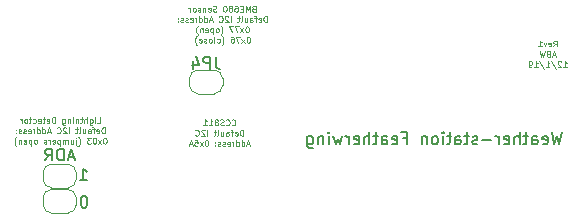
<source format=gbr>
G04 #@! TF.GenerationSoftware,KiCad,Pcbnew,(5.1.4)-1*
G04 #@! TF.CreationDate,2019-12-01T21:56:44-05:00*
G04 #@! TF.ProjectId,Feather-weather-station,46656174-6865-4722-9d77-656174686572,rev?*
G04 #@! TF.SameCoordinates,Original*
G04 #@! TF.FileFunction,Legend,Bot*
G04 #@! TF.FilePolarity,Positive*
%FSLAX46Y46*%
G04 Gerber Fmt 4.6, Leading zero omitted, Abs format (unit mm)*
G04 Created by KiCad (PCBNEW (5.1.4)-1) date 2019-12-01 21:56:44*
%MOMM*%
%LPD*%
G04 APERTURE LIST*
%ADD10C,0.125000*%
%ADD11C,0.150000*%
%ADD12C,0.120000*%
G04 APERTURE END LIST*
D10*
X140861919Y-63695111D02*
X140885728Y-63718920D01*
X140957157Y-63742730D01*
X141004776Y-63742730D01*
X141076204Y-63718920D01*
X141123823Y-63671301D01*
X141147633Y-63623682D01*
X141171442Y-63528444D01*
X141171442Y-63457016D01*
X141147633Y-63361778D01*
X141123823Y-63314159D01*
X141076204Y-63266540D01*
X141004776Y-63242730D01*
X140957157Y-63242730D01*
X140885728Y-63266540D01*
X140861919Y-63290349D01*
X140361919Y-63695111D02*
X140385728Y-63718920D01*
X140457157Y-63742730D01*
X140504776Y-63742730D01*
X140576204Y-63718920D01*
X140623823Y-63671301D01*
X140647633Y-63623682D01*
X140671442Y-63528444D01*
X140671442Y-63457016D01*
X140647633Y-63361778D01*
X140623823Y-63314159D01*
X140576204Y-63266540D01*
X140504776Y-63242730D01*
X140457157Y-63242730D01*
X140385728Y-63266540D01*
X140361919Y-63290349D01*
X140171442Y-63718920D02*
X140100014Y-63742730D01*
X139980966Y-63742730D01*
X139933347Y-63718920D01*
X139909538Y-63695111D01*
X139885728Y-63647492D01*
X139885728Y-63599873D01*
X139909538Y-63552254D01*
X139933347Y-63528444D01*
X139980966Y-63504635D01*
X140076204Y-63480825D01*
X140123823Y-63457016D01*
X140147633Y-63433206D01*
X140171442Y-63385587D01*
X140171442Y-63337968D01*
X140147633Y-63290349D01*
X140123823Y-63266540D01*
X140076204Y-63242730D01*
X139957157Y-63242730D01*
X139885728Y-63266540D01*
X139600014Y-63457016D02*
X139647633Y-63433206D01*
X139671442Y-63409397D01*
X139695252Y-63361778D01*
X139695252Y-63337968D01*
X139671442Y-63290349D01*
X139647633Y-63266540D01*
X139600014Y-63242730D01*
X139504776Y-63242730D01*
X139457157Y-63266540D01*
X139433347Y-63290349D01*
X139409538Y-63337968D01*
X139409538Y-63361778D01*
X139433347Y-63409397D01*
X139457157Y-63433206D01*
X139504776Y-63457016D01*
X139600014Y-63457016D01*
X139647633Y-63480825D01*
X139671442Y-63504635D01*
X139695252Y-63552254D01*
X139695252Y-63647492D01*
X139671442Y-63695111D01*
X139647633Y-63718920D01*
X139600014Y-63742730D01*
X139504776Y-63742730D01*
X139457157Y-63718920D01*
X139433347Y-63695111D01*
X139409538Y-63647492D01*
X139409538Y-63552254D01*
X139433347Y-63504635D01*
X139457157Y-63480825D01*
X139504776Y-63457016D01*
X138933347Y-63742730D02*
X139219061Y-63742730D01*
X139076204Y-63742730D02*
X139076204Y-63242730D01*
X139123823Y-63314159D01*
X139171442Y-63361778D01*
X139219061Y-63385587D01*
X138457157Y-63742730D02*
X138742871Y-63742730D01*
X138600014Y-63742730D02*
X138600014Y-63242730D01*
X138647633Y-63314159D01*
X138695252Y-63361778D01*
X138742871Y-63385587D01*
X141826204Y-64617730D02*
X141826204Y-64117730D01*
X141707157Y-64117730D01*
X141635728Y-64141540D01*
X141588109Y-64189159D01*
X141564300Y-64236778D01*
X141540490Y-64332016D01*
X141540490Y-64403444D01*
X141564300Y-64498682D01*
X141588109Y-64546301D01*
X141635728Y-64593920D01*
X141707157Y-64617730D01*
X141826204Y-64617730D01*
X141135728Y-64593920D02*
X141183347Y-64617730D01*
X141278585Y-64617730D01*
X141326204Y-64593920D01*
X141350014Y-64546301D01*
X141350014Y-64355825D01*
X141326204Y-64308206D01*
X141278585Y-64284397D01*
X141183347Y-64284397D01*
X141135728Y-64308206D01*
X141111919Y-64355825D01*
X141111919Y-64403444D01*
X141350014Y-64451063D01*
X140969061Y-64284397D02*
X140778585Y-64284397D01*
X140897633Y-64617730D02*
X140897633Y-64189159D01*
X140873823Y-64141540D01*
X140826204Y-64117730D01*
X140778585Y-64117730D01*
X140397633Y-64617730D02*
X140397633Y-64355825D01*
X140421442Y-64308206D01*
X140469061Y-64284397D01*
X140564300Y-64284397D01*
X140611919Y-64308206D01*
X140397633Y-64593920D02*
X140445252Y-64617730D01*
X140564300Y-64617730D01*
X140611919Y-64593920D01*
X140635728Y-64546301D01*
X140635728Y-64498682D01*
X140611919Y-64451063D01*
X140564300Y-64427254D01*
X140445252Y-64427254D01*
X140397633Y-64403444D01*
X139945252Y-64284397D02*
X139945252Y-64617730D01*
X140159538Y-64284397D02*
X140159538Y-64546301D01*
X140135728Y-64593920D01*
X140088109Y-64617730D01*
X140016680Y-64617730D01*
X139969061Y-64593920D01*
X139945252Y-64570111D01*
X139635728Y-64617730D02*
X139683347Y-64593920D01*
X139707157Y-64546301D01*
X139707157Y-64117730D01*
X139516680Y-64284397D02*
X139326204Y-64284397D01*
X139445252Y-64117730D02*
X139445252Y-64546301D01*
X139421442Y-64593920D01*
X139373823Y-64617730D01*
X139326204Y-64617730D01*
X138778585Y-64617730D02*
X138778585Y-64117730D01*
X138564300Y-64165349D02*
X138540490Y-64141540D01*
X138492871Y-64117730D01*
X138373823Y-64117730D01*
X138326204Y-64141540D01*
X138302395Y-64165349D01*
X138278585Y-64212968D01*
X138278585Y-64260587D01*
X138302395Y-64332016D01*
X138588109Y-64617730D01*
X138278585Y-64617730D01*
X137778585Y-64570111D02*
X137802395Y-64593920D01*
X137873823Y-64617730D01*
X137921442Y-64617730D01*
X137992871Y-64593920D01*
X138040490Y-64546301D01*
X138064300Y-64498682D01*
X138088109Y-64403444D01*
X138088109Y-64332016D01*
X138064300Y-64236778D01*
X138040490Y-64189159D01*
X137992871Y-64141540D01*
X137921442Y-64117730D01*
X137873823Y-64117730D01*
X137802395Y-64141540D01*
X137778585Y-64165349D01*
X142361919Y-65349873D02*
X142123823Y-65349873D01*
X142409538Y-65492730D02*
X142242871Y-64992730D01*
X142076204Y-65492730D01*
X141695252Y-65492730D02*
X141695252Y-64992730D01*
X141695252Y-65468920D02*
X141742871Y-65492730D01*
X141838109Y-65492730D01*
X141885728Y-65468920D01*
X141909538Y-65445111D01*
X141933347Y-65397492D01*
X141933347Y-65254635D01*
X141909538Y-65207016D01*
X141885728Y-65183206D01*
X141838109Y-65159397D01*
X141742871Y-65159397D01*
X141695252Y-65183206D01*
X141242871Y-65492730D02*
X141242871Y-64992730D01*
X141242871Y-65468920D02*
X141290490Y-65492730D01*
X141385728Y-65492730D01*
X141433347Y-65468920D01*
X141457157Y-65445111D01*
X141480966Y-65397492D01*
X141480966Y-65254635D01*
X141457157Y-65207016D01*
X141433347Y-65183206D01*
X141385728Y-65159397D01*
X141290490Y-65159397D01*
X141242871Y-65183206D01*
X141004776Y-65492730D02*
X141004776Y-65159397D01*
X141004776Y-65254635D02*
X140980966Y-65207016D01*
X140957157Y-65183206D01*
X140909538Y-65159397D01*
X140861919Y-65159397D01*
X140504776Y-65468920D02*
X140552395Y-65492730D01*
X140647633Y-65492730D01*
X140695252Y-65468920D01*
X140719061Y-65421301D01*
X140719061Y-65230825D01*
X140695252Y-65183206D01*
X140647633Y-65159397D01*
X140552395Y-65159397D01*
X140504776Y-65183206D01*
X140480966Y-65230825D01*
X140480966Y-65278444D01*
X140719061Y-65326063D01*
X140290490Y-65468920D02*
X140242871Y-65492730D01*
X140147633Y-65492730D01*
X140100014Y-65468920D01*
X140076204Y-65421301D01*
X140076204Y-65397492D01*
X140100014Y-65349873D01*
X140147633Y-65326063D01*
X140219061Y-65326063D01*
X140266680Y-65302254D01*
X140290490Y-65254635D01*
X140290490Y-65230825D01*
X140266680Y-65183206D01*
X140219061Y-65159397D01*
X140147633Y-65159397D01*
X140100014Y-65183206D01*
X139885728Y-65468920D02*
X139838109Y-65492730D01*
X139742871Y-65492730D01*
X139695252Y-65468920D01*
X139671442Y-65421301D01*
X139671442Y-65397492D01*
X139695252Y-65349873D01*
X139742871Y-65326063D01*
X139814300Y-65326063D01*
X139861919Y-65302254D01*
X139885728Y-65254635D01*
X139885728Y-65230825D01*
X139861919Y-65183206D01*
X139814300Y-65159397D01*
X139742871Y-65159397D01*
X139695252Y-65183206D01*
X139457157Y-65445111D02*
X139433347Y-65468920D01*
X139457157Y-65492730D01*
X139480966Y-65468920D01*
X139457157Y-65445111D01*
X139457157Y-65492730D01*
X139457157Y-65183206D02*
X139433347Y-65207016D01*
X139457157Y-65230825D01*
X139480966Y-65207016D01*
X139457157Y-65183206D01*
X139457157Y-65230825D01*
X138742871Y-64992730D02*
X138695252Y-64992730D01*
X138647633Y-65016540D01*
X138623823Y-65040349D01*
X138600014Y-65087968D01*
X138576204Y-65183206D01*
X138576204Y-65302254D01*
X138600014Y-65397492D01*
X138623823Y-65445111D01*
X138647633Y-65468920D01*
X138695252Y-65492730D01*
X138742871Y-65492730D01*
X138790490Y-65468920D01*
X138814300Y-65445111D01*
X138838109Y-65397492D01*
X138861919Y-65302254D01*
X138861919Y-65183206D01*
X138838109Y-65087968D01*
X138814300Y-65040349D01*
X138790490Y-65016540D01*
X138742871Y-64992730D01*
X138409538Y-65492730D02*
X138147633Y-65159397D01*
X138409538Y-65159397D02*
X138147633Y-65492730D01*
X137719061Y-64992730D02*
X137957157Y-64992730D01*
X137980966Y-65230825D01*
X137957157Y-65207016D01*
X137909538Y-65183206D01*
X137790490Y-65183206D01*
X137742871Y-65207016D01*
X137719061Y-65230825D01*
X137695252Y-65278444D01*
X137695252Y-65397492D01*
X137719061Y-65445111D01*
X137742871Y-65468920D01*
X137790490Y-65492730D01*
X137909538Y-65492730D01*
X137957157Y-65468920D01*
X137980966Y-65445111D01*
X137504776Y-65349873D02*
X137266680Y-65349873D01*
X137552395Y-65492730D02*
X137385728Y-64992730D01*
X137219061Y-65492730D01*
X142708617Y-53851065D02*
X142637188Y-53874875D01*
X142613379Y-53898684D01*
X142589569Y-53946303D01*
X142589569Y-54017732D01*
X142613379Y-54065351D01*
X142637188Y-54089160D01*
X142684807Y-54112970D01*
X142875283Y-54112970D01*
X142875283Y-53612970D01*
X142708617Y-53612970D01*
X142660998Y-53636780D01*
X142637188Y-53660589D01*
X142613379Y-53708208D01*
X142613379Y-53755827D01*
X142637188Y-53803446D01*
X142660998Y-53827256D01*
X142708617Y-53851065D01*
X142875283Y-53851065D01*
X142375283Y-54112970D02*
X142375283Y-53612970D01*
X142208617Y-53970113D01*
X142041950Y-53612970D01*
X142041950Y-54112970D01*
X141803855Y-53851065D02*
X141637188Y-53851065D01*
X141565760Y-54112970D02*
X141803855Y-54112970D01*
X141803855Y-53612970D01*
X141565760Y-53612970D01*
X141137188Y-53612970D02*
X141232426Y-53612970D01*
X141280045Y-53636780D01*
X141303855Y-53660589D01*
X141351474Y-53732018D01*
X141375283Y-53827256D01*
X141375283Y-54017732D01*
X141351474Y-54065351D01*
X141327664Y-54089160D01*
X141280045Y-54112970D01*
X141184807Y-54112970D01*
X141137188Y-54089160D01*
X141113379Y-54065351D01*
X141089569Y-54017732D01*
X141089569Y-53898684D01*
X141113379Y-53851065D01*
X141137188Y-53827256D01*
X141184807Y-53803446D01*
X141280045Y-53803446D01*
X141327664Y-53827256D01*
X141351474Y-53851065D01*
X141375283Y-53898684D01*
X140803855Y-53827256D02*
X140851474Y-53803446D01*
X140875283Y-53779637D01*
X140899093Y-53732018D01*
X140899093Y-53708208D01*
X140875283Y-53660589D01*
X140851474Y-53636780D01*
X140803855Y-53612970D01*
X140708617Y-53612970D01*
X140660998Y-53636780D01*
X140637188Y-53660589D01*
X140613379Y-53708208D01*
X140613379Y-53732018D01*
X140637188Y-53779637D01*
X140660998Y-53803446D01*
X140708617Y-53827256D01*
X140803855Y-53827256D01*
X140851474Y-53851065D01*
X140875283Y-53874875D01*
X140899093Y-53922494D01*
X140899093Y-54017732D01*
X140875283Y-54065351D01*
X140851474Y-54089160D01*
X140803855Y-54112970D01*
X140708617Y-54112970D01*
X140660998Y-54089160D01*
X140637188Y-54065351D01*
X140613379Y-54017732D01*
X140613379Y-53922494D01*
X140637188Y-53874875D01*
X140660998Y-53851065D01*
X140708617Y-53827256D01*
X140303855Y-53612970D02*
X140256236Y-53612970D01*
X140208617Y-53636780D01*
X140184807Y-53660589D01*
X140160998Y-53708208D01*
X140137188Y-53803446D01*
X140137188Y-53922494D01*
X140160998Y-54017732D01*
X140184807Y-54065351D01*
X140208617Y-54089160D01*
X140256236Y-54112970D01*
X140303855Y-54112970D01*
X140351474Y-54089160D01*
X140375283Y-54065351D01*
X140399093Y-54017732D01*
X140422902Y-53922494D01*
X140422902Y-53803446D01*
X140399093Y-53708208D01*
X140375283Y-53660589D01*
X140351474Y-53636780D01*
X140303855Y-53612970D01*
X139565760Y-54089160D02*
X139494331Y-54112970D01*
X139375283Y-54112970D01*
X139327664Y-54089160D01*
X139303855Y-54065351D01*
X139280045Y-54017732D01*
X139280045Y-53970113D01*
X139303855Y-53922494D01*
X139327664Y-53898684D01*
X139375283Y-53874875D01*
X139470521Y-53851065D01*
X139518140Y-53827256D01*
X139541950Y-53803446D01*
X139565760Y-53755827D01*
X139565760Y-53708208D01*
X139541950Y-53660589D01*
X139518140Y-53636780D01*
X139470521Y-53612970D01*
X139351474Y-53612970D01*
X139280045Y-53636780D01*
X138875283Y-54089160D02*
X138922902Y-54112970D01*
X139018140Y-54112970D01*
X139065760Y-54089160D01*
X139089569Y-54041541D01*
X139089569Y-53851065D01*
X139065760Y-53803446D01*
X139018140Y-53779637D01*
X138922902Y-53779637D01*
X138875283Y-53803446D01*
X138851474Y-53851065D01*
X138851474Y-53898684D01*
X139089569Y-53946303D01*
X138637188Y-53779637D02*
X138637188Y-54112970D01*
X138637188Y-53827256D02*
X138613379Y-53803446D01*
X138565760Y-53779637D01*
X138494331Y-53779637D01*
X138446712Y-53803446D01*
X138422902Y-53851065D01*
X138422902Y-54112970D01*
X138208617Y-54089160D02*
X138160998Y-54112970D01*
X138065760Y-54112970D01*
X138018140Y-54089160D01*
X137994331Y-54041541D01*
X137994331Y-54017732D01*
X138018140Y-53970113D01*
X138065760Y-53946303D01*
X138137188Y-53946303D01*
X138184807Y-53922494D01*
X138208617Y-53874875D01*
X138208617Y-53851065D01*
X138184807Y-53803446D01*
X138137188Y-53779637D01*
X138065760Y-53779637D01*
X138018140Y-53803446D01*
X137708617Y-54112970D02*
X137756236Y-54089160D01*
X137780045Y-54065351D01*
X137803855Y-54017732D01*
X137803855Y-53874875D01*
X137780045Y-53827256D01*
X137756236Y-53803446D01*
X137708617Y-53779637D01*
X137637188Y-53779637D01*
X137589569Y-53803446D01*
X137565760Y-53827256D01*
X137541950Y-53874875D01*
X137541950Y-54017732D01*
X137565760Y-54065351D01*
X137589569Y-54089160D01*
X137637188Y-54112970D01*
X137708617Y-54112970D01*
X137327664Y-54112970D02*
X137327664Y-53779637D01*
X137327664Y-53874875D02*
X137303855Y-53827256D01*
X137280045Y-53803446D01*
X137232426Y-53779637D01*
X137184807Y-53779637D01*
X143827664Y-54987970D02*
X143827664Y-54487970D01*
X143708617Y-54487970D01*
X143637188Y-54511780D01*
X143589569Y-54559399D01*
X143565760Y-54607018D01*
X143541950Y-54702256D01*
X143541950Y-54773684D01*
X143565760Y-54868922D01*
X143589569Y-54916541D01*
X143637188Y-54964160D01*
X143708617Y-54987970D01*
X143827664Y-54987970D01*
X143137188Y-54964160D02*
X143184807Y-54987970D01*
X143280045Y-54987970D01*
X143327664Y-54964160D01*
X143351474Y-54916541D01*
X143351474Y-54726065D01*
X143327664Y-54678446D01*
X143280045Y-54654637D01*
X143184807Y-54654637D01*
X143137188Y-54678446D01*
X143113379Y-54726065D01*
X143113379Y-54773684D01*
X143351474Y-54821303D01*
X142970521Y-54654637D02*
X142780045Y-54654637D01*
X142899093Y-54987970D02*
X142899093Y-54559399D01*
X142875283Y-54511780D01*
X142827664Y-54487970D01*
X142780045Y-54487970D01*
X142399093Y-54987970D02*
X142399093Y-54726065D01*
X142422902Y-54678446D01*
X142470521Y-54654637D01*
X142565760Y-54654637D01*
X142613379Y-54678446D01*
X142399093Y-54964160D02*
X142446712Y-54987970D01*
X142565760Y-54987970D01*
X142613379Y-54964160D01*
X142637188Y-54916541D01*
X142637188Y-54868922D01*
X142613379Y-54821303D01*
X142565760Y-54797494D01*
X142446712Y-54797494D01*
X142399093Y-54773684D01*
X141946712Y-54654637D02*
X141946712Y-54987970D01*
X142160998Y-54654637D02*
X142160998Y-54916541D01*
X142137188Y-54964160D01*
X142089569Y-54987970D01*
X142018140Y-54987970D01*
X141970521Y-54964160D01*
X141946712Y-54940351D01*
X141637188Y-54987970D02*
X141684807Y-54964160D01*
X141708617Y-54916541D01*
X141708617Y-54487970D01*
X141518140Y-54654637D02*
X141327664Y-54654637D01*
X141446712Y-54487970D02*
X141446712Y-54916541D01*
X141422902Y-54964160D01*
X141375283Y-54987970D01*
X141327664Y-54987970D01*
X140780045Y-54987970D02*
X140780045Y-54487970D01*
X140565760Y-54535589D02*
X140541950Y-54511780D01*
X140494331Y-54487970D01*
X140375283Y-54487970D01*
X140327664Y-54511780D01*
X140303855Y-54535589D01*
X140280045Y-54583208D01*
X140280045Y-54630827D01*
X140303855Y-54702256D01*
X140589569Y-54987970D01*
X140280045Y-54987970D01*
X139780045Y-54940351D02*
X139803855Y-54964160D01*
X139875283Y-54987970D01*
X139922902Y-54987970D01*
X139994331Y-54964160D01*
X140041950Y-54916541D01*
X140065760Y-54868922D01*
X140089569Y-54773684D01*
X140089569Y-54702256D01*
X140065760Y-54607018D01*
X140041950Y-54559399D01*
X139994331Y-54511780D01*
X139922902Y-54487970D01*
X139875283Y-54487970D01*
X139803855Y-54511780D01*
X139780045Y-54535589D01*
X139208617Y-54845113D02*
X138970521Y-54845113D01*
X139256236Y-54987970D02*
X139089569Y-54487970D01*
X138922902Y-54987970D01*
X138541950Y-54987970D02*
X138541950Y-54487970D01*
X138541950Y-54964160D02*
X138589569Y-54987970D01*
X138684807Y-54987970D01*
X138732426Y-54964160D01*
X138756236Y-54940351D01*
X138780045Y-54892732D01*
X138780045Y-54749875D01*
X138756236Y-54702256D01*
X138732426Y-54678446D01*
X138684807Y-54654637D01*
X138589569Y-54654637D01*
X138541950Y-54678446D01*
X138089569Y-54987970D02*
X138089569Y-54487970D01*
X138089569Y-54964160D02*
X138137188Y-54987970D01*
X138232426Y-54987970D01*
X138280045Y-54964160D01*
X138303855Y-54940351D01*
X138327664Y-54892732D01*
X138327664Y-54749875D01*
X138303855Y-54702256D01*
X138280045Y-54678446D01*
X138232426Y-54654637D01*
X138137188Y-54654637D01*
X138089569Y-54678446D01*
X137851474Y-54987970D02*
X137851474Y-54654637D01*
X137851474Y-54749875D02*
X137827664Y-54702256D01*
X137803855Y-54678446D01*
X137756236Y-54654637D01*
X137708617Y-54654637D01*
X137351474Y-54964160D02*
X137399093Y-54987970D01*
X137494331Y-54987970D01*
X137541950Y-54964160D01*
X137565760Y-54916541D01*
X137565760Y-54726065D01*
X137541950Y-54678446D01*
X137494331Y-54654637D01*
X137399093Y-54654637D01*
X137351474Y-54678446D01*
X137327664Y-54726065D01*
X137327664Y-54773684D01*
X137565760Y-54821303D01*
X137137188Y-54964160D02*
X137089569Y-54987970D01*
X136994331Y-54987970D01*
X136946712Y-54964160D01*
X136922902Y-54916541D01*
X136922902Y-54892732D01*
X136946712Y-54845113D01*
X136994331Y-54821303D01*
X137065760Y-54821303D01*
X137113379Y-54797494D01*
X137137188Y-54749875D01*
X137137188Y-54726065D01*
X137113379Y-54678446D01*
X137065760Y-54654637D01*
X136994331Y-54654637D01*
X136946712Y-54678446D01*
X136732426Y-54964160D02*
X136684807Y-54987970D01*
X136589569Y-54987970D01*
X136541950Y-54964160D01*
X136518140Y-54916541D01*
X136518140Y-54892732D01*
X136541950Y-54845113D01*
X136589569Y-54821303D01*
X136660998Y-54821303D01*
X136708617Y-54797494D01*
X136732426Y-54749875D01*
X136732426Y-54726065D01*
X136708617Y-54678446D01*
X136660998Y-54654637D01*
X136589569Y-54654637D01*
X136541950Y-54678446D01*
X136303855Y-54940351D02*
X136280045Y-54964160D01*
X136303855Y-54987970D01*
X136327664Y-54964160D01*
X136303855Y-54940351D01*
X136303855Y-54987970D01*
X136303855Y-54678446D02*
X136280045Y-54702256D01*
X136303855Y-54726065D01*
X136327664Y-54702256D01*
X136303855Y-54678446D01*
X136303855Y-54726065D01*
X142184807Y-55362970D02*
X142137188Y-55362970D01*
X142089569Y-55386780D01*
X142065760Y-55410589D01*
X142041950Y-55458208D01*
X142018140Y-55553446D01*
X142018140Y-55672494D01*
X142041950Y-55767732D01*
X142065760Y-55815351D01*
X142089569Y-55839160D01*
X142137188Y-55862970D01*
X142184807Y-55862970D01*
X142232426Y-55839160D01*
X142256236Y-55815351D01*
X142280045Y-55767732D01*
X142303855Y-55672494D01*
X142303855Y-55553446D01*
X142280045Y-55458208D01*
X142256236Y-55410589D01*
X142232426Y-55386780D01*
X142184807Y-55362970D01*
X141851474Y-55862970D02*
X141589569Y-55529637D01*
X141851474Y-55529637D02*
X141589569Y-55862970D01*
X141446712Y-55362970D02*
X141113379Y-55362970D01*
X141327664Y-55862970D01*
X140970521Y-55362970D02*
X140637188Y-55362970D01*
X140851474Y-55862970D01*
X139922902Y-56053446D02*
X139946712Y-56029637D01*
X139994331Y-55958208D01*
X140018140Y-55910589D01*
X140041950Y-55839160D01*
X140065760Y-55720113D01*
X140065760Y-55624875D01*
X140041950Y-55505827D01*
X140018140Y-55434399D01*
X139994331Y-55386780D01*
X139946712Y-55315351D01*
X139922902Y-55291541D01*
X139660998Y-55862970D02*
X139708617Y-55839160D01*
X139732426Y-55815351D01*
X139756236Y-55767732D01*
X139756236Y-55624875D01*
X139732426Y-55577256D01*
X139708617Y-55553446D01*
X139660998Y-55529637D01*
X139589569Y-55529637D01*
X139541950Y-55553446D01*
X139518140Y-55577256D01*
X139494331Y-55624875D01*
X139494331Y-55767732D01*
X139518140Y-55815351D01*
X139541950Y-55839160D01*
X139589569Y-55862970D01*
X139660998Y-55862970D01*
X139280045Y-55529637D02*
X139280045Y-56029637D01*
X139280045Y-55553446D02*
X139232426Y-55529637D01*
X139137188Y-55529637D01*
X139089569Y-55553446D01*
X139065760Y-55577256D01*
X139041950Y-55624875D01*
X139041950Y-55767732D01*
X139065760Y-55815351D01*
X139089569Y-55839160D01*
X139137188Y-55862970D01*
X139232426Y-55862970D01*
X139280045Y-55839160D01*
X138637188Y-55839160D02*
X138684807Y-55862970D01*
X138780045Y-55862970D01*
X138827664Y-55839160D01*
X138851474Y-55791541D01*
X138851474Y-55601065D01*
X138827664Y-55553446D01*
X138780045Y-55529637D01*
X138684807Y-55529637D01*
X138637188Y-55553446D01*
X138613379Y-55601065D01*
X138613379Y-55648684D01*
X138851474Y-55696303D01*
X138399093Y-55529637D02*
X138399093Y-55862970D01*
X138399093Y-55577256D02*
X138375283Y-55553446D01*
X138327664Y-55529637D01*
X138256236Y-55529637D01*
X138208617Y-55553446D01*
X138184807Y-55601065D01*
X138184807Y-55862970D01*
X137994331Y-56053446D02*
X137970521Y-56029637D01*
X137922902Y-55958208D01*
X137899093Y-55910589D01*
X137875283Y-55839160D01*
X137851474Y-55720113D01*
X137851474Y-55624875D01*
X137875283Y-55505827D01*
X137899093Y-55434399D01*
X137922902Y-55386780D01*
X137970521Y-55315351D01*
X137994331Y-55291541D01*
X142280045Y-56237970D02*
X142232426Y-56237970D01*
X142184807Y-56261780D01*
X142160998Y-56285589D01*
X142137188Y-56333208D01*
X142113379Y-56428446D01*
X142113379Y-56547494D01*
X142137188Y-56642732D01*
X142160998Y-56690351D01*
X142184807Y-56714160D01*
X142232426Y-56737970D01*
X142280045Y-56737970D01*
X142327664Y-56714160D01*
X142351474Y-56690351D01*
X142375283Y-56642732D01*
X142399093Y-56547494D01*
X142399093Y-56428446D01*
X142375283Y-56333208D01*
X142351474Y-56285589D01*
X142327664Y-56261780D01*
X142280045Y-56237970D01*
X141946712Y-56737970D02*
X141684807Y-56404637D01*
X141946712Y-56404637D02*
X141684807Y-56737970D01*
X141541950Y-56237970D02*
X141208617Y-56237970D01*
X141422902Y-56737970D01*
X140803855Y-56237970D02*
X140899093Y-56237970D01*
X140946712Y-56261780D01*
X140970521Y-56285589D01*
X141018140Y-56357018D01*
X141041950Y-56452256D01*
X141041950Y-56642732D01*
X141018140Y-56690351D01*
X140994331Y-56714160D01*
X140946712Y-56737970D01*
X140851474Y-56737970D01*
X140803855Y-56714160D01*
X140780045Y-56690351D01*
X140756236Y-56642732D01*
X140756236Y-56523684D01*
X140780045Y-56476065D01*
X140803855Y-56452256D01*
X140851474Y-56428446D01*
X140946712Y-56428446D01*
X140994331Y-56452256D01*
X141018140Y-56476065D01*
X141041950Y-56523684D01*
X140018140Y-56928446D02*
X140041950Y-56904637D01*
X140089569Y-56833208D01*
X140113379Y-56785589D01*
X140137188Y-56714160D01*
X140160998Y-56595113D01*
X140160998Y-56499875D01*
X140137188Y-56380827D01*
X140113379Y-56309399D01*
X140089569Y-56261780D01*
X140041950Y-56190351D01*
X140018140Y-56166541D01*
X139613379Y-56714160D02*
X139660998Y-56737970D01*
X139756236Y-56737970D01*
X139803855Y-56714160D01*
X139827664Y-56690351D01*
X139851474Y-56642732D01*
X139851474Y-56499875D01*
X139827664Y-56452256D01*
X139803855Y-56428446D01*
X139756236Y-56404637D01*
X139660998Y-56404637D01*
X139613379Y-56428446D01*
X139327664Y-56737970D02*
X139375283Y-56714160D01*
X139399093Y-56666541D01*
X139399093Y-56237970D01*
X139065760Y-56737970D02*
X139113379Y-56714160D01*
X139137188Y-56690351D01*
X139160998Y-56642732D01*
X139160998Y-56499875D01*
X139137188Y-56452256D01*
X139113379Y-56428446D01*
X139065760Y-56404637D01*
X138994331Y-56404637D01*
X138946712Y-56428446D01*
X138922902Y-56452256D01*
X138899093Y-56499875D01*
X138899093Y-56642732D01*
X138922902Y-56690351D01*
X138946712Y-56714160D01*
X138994331Y-56737970D01*
X139065760Y-56737970D01*
X138708617Y-56714160D02*
X138660998Y-56737970D01*
X138565760Y-56737970D01*
X138518140Y-56714160D01*
X138494331Y-56666541D01*
X138494331Y-56642732D01*
X138518140Y-56595113D01*
X138565760Y-56571303D01*
X138637188Y-56571303D01*
X138684807Y-56547494D01*
X138708617Y-56499875D01*
X138708617Y-56476065D01*
X138684807Y-56428446D01*
X138637188Y-56404637D01*
X138565760Y-56404637D01*
X138518140Y-56428446D01*
X138089569Y-56714160D02*
X138137188Y-56737970D01*
X138232426Y-56737970D01*
X138280045Y-56714160D01*
X138303855Y-56666541D01*
X138303855Y-56476065D01*
X138280045Y-56428446D01*
X138232426Y-56404637D01*
X138137188Y-56404637D01*
X138089569Y-56428446D01*
X138065760Y-56476065D01*
X138065760Y-56523684D01*
X138303855Y-56571303D01*
X137899093Y-56928446D02*
X137875283Y-56904637D01*
X137827664Y-56833208D01*
X137803855Y-56785589D01*
X137780045Y-56714160D01*
X137756236Y-56595113D01*
X137756236Y-56499875D01*
X137780045Y-56380827D01*
X137803855Y-56309399D01*
X137827664Y-56261780D01*
X137875283Y-56190351D01*
X137899093Y-56166541D01*
X129461982Y-63547150D02*
X129700078Y-63547150D01*
X129700078Y-63047150D01*
X129295316Y-63547150D02*
X129295316Y-63213817D01*
X129295316Y-63047150D02*
X129319125Y-63070960D01*
X129295316Y-63094769D01*
X129271506Y-63070960D01*
X129295316Y-63047150D01*
X129295316Y-63094769D01*
X128842935Y-63213817D02*
X128842935Y-63618579D01*
X128866744Y-63666198D01*
X128890554Y-63690007D01*
X128938173Y-63713817D01*
X129009601Y-63713817D01*
X129057220Y-63690007D01*
X128842935Y-63523340D02*
X128890554Y-63547150D01*
X128985792Y-63547150D01*
X129033411Y-63523340D01*
X129057220Y-63499531D01*
X129081030Y-63451912D01*
X129081030Y-63309055D01*
X129057220Y-63261436D01*
X129033411Y-63237626D01*
X128985792Y-63213817D01*
X128890554Y-63213817D01*
X128842935Y-63237626D01*
X128604840Y-63547150D02*
X128604840Y-63047150D01*
X128390554Y-63547150D02*
X128390554Y-63285245D01*
X128414363Y-63237626D01*
X128461982Y-63213817D01*
X128533411Y-63213817D01*
X128581030Y-63237626D01*
X128604840Y-63261436D01*
X128223887Y-63213817D02*
X128033411Y-63213817D01*
X128152459Y-63047150D02*
X128152459Y-63475721D01*
X128128649Y-63523340D01*
X128081030Y-63547150D01*
X128033411Y-63547150D01*
X127866744Y-63213817D02*
X127866744Y-63547150D01*
X127866744Y-63261436D02*
X127842935Y-63237626D01*
X127795316Y-63213817D01*
X127723887Y-63213817D01*
X127676268Y-63237626D01*
X127652459Y-63285245D01*
X127652459Y-63547150D01*
X127414363Y-63547150D02*
X127414363Y-63213817D01*
X127414363Y-63047150D02*
X127438173Y-63070960D01*
X127414363Y-63094769D01*
X127390554Y-63070960D01*
X127414363Y-63047150D01*
X127414363Y-63094769D01*
X127176268Y-63213817D02*
X127176268Y-63547150D01*
X127176268Y-63261436D02*
X127152459Y-63237626D01*
X127104840Y-63213817D01*
X127033411Y-63213817D01*
X126985792Y-63237626D01*
X126961982Y-63285245D01*
X126961982Y-63547150D01*
X126509601Y-63213817D02*
X126509601Y-63618579D01*
X126533411Y-63666198D01*
X126557220Y-63690007D01*
X126604840Y-63713817D01*
X126676268Y-63713817D01*
X126723887Y-63690007D01*
X126509601Y-63523340D02*
X126557220Y-63547150D01*
X126652459Y-63547150D01*
X126700078Y-63523340D01*
X126723887Y-63499531D01*
X126747697Y-63451912D01*
X126747697Y-63309055D01*
X126723887Y-63261436D01*
X126700078Y-63237626D01*
X126652459Y-63213817D01*
X126557220Y-63213817D01*
X126509601Y-63237626D01*
X125890554Y-63547150D02*
X125890554Y-63047150D01*
X125771506Y-63047150D01*
X125700078Y-63070960D01*
X125652459Y-63118579D01*
X125628649Y-63166198D01*
X125604840Y-63261436D01*
X125604840Y-63332864D01*
X125628649Y-63428102D01*
X125652459Y-63475721D01*
X125700078Y-63523340D01*
X125771506Y-63547150D01*
X125890554Y-63547150D01*
X125200078Y-63523340D02*
X125247697Y-63547150D01*
X125342935Y-63547150D01*
X125390554Y-63523340D01*
X125414363Y-63475721D01*
X125414363Y-63285245D01*
X125390554Y-63237626D01*
X125342935Y-63213817D01*
X125247697Y-63213817D01*
X125200078Y-63237626D01*
X125176268Y-63285245D01*
X125176268Y-63332864D01*
X125414363Y-63380483D01*
X125033411Y-63213817D02*
X124842935Y-63213817D01*
X124961982Y-63047150D02*
X124961982Y-63475721D01*
X124938173Y-63523340D01*
X124890554Y-63547150D01*
X124842935Y-63547150D01*
X124485792Y-63523340D02*
X124533411Y-63547150D01*
X124628649Y-63547150D01*
X124676268Y-63523340D01*
X124700078Y-63475721D01*
X124700078Y-63285245D01*
X124676268Y-63237626D01*
X124628649Y-63213817D01*
X124533411Y-63213817D01*
X124485792Y-63237626D01*
X124461982Y-63285245D01*
X124461982Y-63332864D01*
X124700078Y-63380483D01*
X124033411Y-63523340D02*
X124081030Y-63547150D01*
X124176268Y-63547150D01*
X124223887Y-63523340D01*
X124247697Y-63499531D01*
X124271506Y-63451912D01*
X124271506Y-63309055D01*
X124247697Y-63261436D01*
X124223887Y-63237626D01*
X124176268Y-63213817D01*
X124081030Y-63213817D01*
X124033411Y-63237626D01*
X123890554Y-63213817D02*
X123700078Y-63213817D01*
X123819125Y-63047150D02*
X123819125Y-63475721D01*
X123795316Y-63523340D01*
X123747697Y-63547150D01*
X123700078Y-63547150D01*
X123461982Y-63547150D02*
X123509601Y-63523340D01*
X123533411Y-63499531D01*
X123557220Y-63451912D01*
X123557220Y-63309055D01*
X123533411Y-63261436D01*
X123509601Y-63237626D01*
X123461982Y-63213817D01*
X123390554Y-63213817D01*
X123342935Y-63237626D01*
X123319125Y-63261436D01*
X123295316Y-63309055D01*
X123295316Y-63451912D01*
X123319125Y-63499531D01*
X123342935Y-63523340D01*
X123390554Y-63547150D01*
X123461982Y-63547150D01*
X123081030Y-63547150D02*
X123081030Y-63213817D01*
X123081030Y-63309055D02*
X123057220Y-63261436D01*
X123033411Y-63237626D01*
X122985792Y-63213817D01*
X122938173Y-63213817D01*
X130116744Y-64422150D02*
X130116744Y-63922150D01*
X129997697Y-63922150D01*
X129926268Y-63945960D01*
X129878649Y-63993579D01*
X129854840Y-64041198D01*
X129831030Y-64136436D01*
X129831030Y-64207864D01*
X129854840Y-64303102D01*
X129878649Y-64350721D01*
X129926268Y-64398340D01*
X129997697Y-64422150D01*
X130116744Y-64422150D01*
X129426268Y-64398340D02*
X129473887Y-64422150D01*
X129569125Y-64422150D01*
X129616744Y-64398340D01*
X129640554Y-64350721D01*
X129640554Y-64160245D01*
X129616744Y-64112626D01*
X129569125Y-64088817D01*
X129473887Y-64088817D01*
X129426268Y-64112626D01*
X129402459Y-64160245D01*
X129402459Y-64207864D01*
X129640554Y-64255483D01*
X129259601Y-64088817D02*
X129069125Y-64088817D01*
X129188173Y-64422150D02*
X129188173Y-63993579D01*
X129164363Y-63945960D01*
X129116744Y-63922150D01*
X129069125Y-63922150D01*
X128688173Y-64422150D02*
X128688173Y-64160245D01*
X128711982Y-64112626D01*
X128759601Y-64088817D01*
X128854840Y-64088817D01*
X128902459Y-64112626D01*
X128688173Y-64398340D02*
X128735792Y-64422150D01*
X128854840Y-64422150D01*
X128902459Y-64398340D01*
X128926268Y-64350721D01*
X128926268Y-64303102D01*
X128902459Y-64255483D01*
X128854840Y-64231674D01*
X128735792Y-64231674D01*
X128688173Y-64207864D01*
X128235792Y-64088817D02*
X128235792Y-64422150D01*
X128450078Y-64088817D02*
X128450078Y-64350721D01*
X128426268Y-64398340D01*
X128378649Y-64422150D01*
X128307220Y-64422150D01*
X128259601Y-64398340D01*
X128235792Y-64374531D01*
X127926268Y-64422150D02*
X127973887Y-64398340D01*
X127997697Y-64350721D01*
X127997697Y-63922150D01*
X127807220Y-64088817D02*
X127616744Y-64088817D01*
X127735792Y-63922150D02*
X127735792Y-64350721D01*
X127711982Y-64398340D01*
X127664363Y-64422150D01*
X127616744Y-64422150D01*
X127069125Y-64422150D02*
X127069125Y-63922150D01*
X126854840Y-63969769D02*
X126831030Y-63945960D01*
X126783411Y-63922150D01*
X126664363Y-63922150D01*
X126616744Y-63945960D01*
X126592935Y-63969769D01*
X126569125Y-64017388D01*
X126569125Y-64065007D01*
X126592935Y-64136436D01*
X126878649Y-64422150D01*
X126569125Y-64422150D01*
X126069125Y-64374531D02*
X126092935Y-64398340D01*
X126164363Y-64422150D01*
X126211982Y-64422150D01*
X126283411Y-64398340D01*
X126331030Y-64350721D01*
X126354840Y-64303102D01*
X126378649Y-64207864D01*
X126378649Y-64136436D01*
X126354840Y-64041198D01*
X126331030Y-63993579D01*
X126283411Y-63945960D01*
X126211982Y-63922150D01*
X126164363Y-63922150D01*
X126092935Y-63945960D01*
X126069125Y-63969769D01*
X125497697Y-64279293D02*
X125259601Y-64279293D01*
X125545316Y-64422150D02*
X125378649Y-63922150D01*
X125211982Y-64422150D01*
X124831030Y-64422150D02*
X124831030Y-63922150D01*
X124831030Y-64398340D02*
X124878649Y-64422150D01*
X124973887Y-64422150D01*
X125021506Y-64398340D01*
X125045316Y-64374531D01*
X125069125Y-64326912D01*
X125069125Y-64184055D01*
X125045316Y-64136436D01*
X125021506Y-64112626D01*
X124973887Y-64088817D01*
X124878649Y-64088817D01*
X124831030Y-64112626D01*
X124378649Y-64422150D02*
X124378649Y-63922150D01*
X124378649Y-64398340D02*
X124426268Y-64422150D01*
X124521506Y-64422150D01*
X124569125Y-64398340D01*
X124592935Y-64374531D01*
X124616744Y-64326912D01*
X124616744Y-64184055D01*
X124592935Y-64136436D01*
X124569125Y-64112626D01*
X124521506Y-64088817D01*
X124426268Y-64088817D01*
X124378649Y-64112626D01*
X124140554Y-64422150D02*
X124140554Y-64088817D01*
X124140554Y-64184055D02*
X124116744Y-64136436D01*
X124092935Y-64112626D01*
X124045316Y-64088817D01*
X123997697Y-64088817D01*
X123640554Y-64398340D02*
X123688173Y-64422150D01*
X123783411Y-64422150D01*
X123831030Y-64398340D01*
X123854840Y-64350721D01*
X123854840Y-64160245D01*
X123831030Y-64112626D01*
X123783411Y-64088817D01*
X123688173Y-64088817D01*
X123640554Y-64112626D01*
X123616744Y-64160245D01*
X123616744Y-64207864D01*
X123854840Y-64255483D01*
X123426268Y-64398340D02*
X123378649Y-64422150D01*
X123283411Y-64422150D01*
X123235792Y-64398340D01*
X123211982Y-64350721D01*
X123211982Y-64326912D01*
X123235792Y-64279293D01*
X123283411Y-64255483D01*
X123354840Y-64255483D01*
X123402459Y-64231674D01*
X123426268Y-64184055D01*
X123426268Y-64160245D01*
X123402459Y-64112626D01*
X123354840Y-64088817D01*
X123283411Y-64088817D01*
X123235792Y-64112626D01*
X123021506Y-64398340D02*
X122973887Y-64422150D01*
X122878649Y-64422150D01*
X122831030Y-64398340D01*
X122807220Y-64350721D01*
X122807220Y-64326912D01*
X122831030Y-64279293D01*
X122878649Y-64255483D01*
X122950078Y-64255483D01*
X122997697Y-64231674D01*
X123021506Y-64184055D01*
X123021506Y-64160245D01*
X122997697Y-64112626D01*
X122950078Y-64088817D01*
X122878649Y-64088817D01*
X122831030Y-64112626D01*
X122592935Y-64374531D02*
X122569125Y-64398340D01*
X122592935Y-64422150D01*
X122616744Y-64398340D01*
X122592935Y-64374531D01*
X122592935Y-64422150D01*
X122592935Y-64112626D02*
X122569125Y-64136436D01*
X122592935Y-64160245D01*
X122616744Y-64136436D01*
X122592935Y-64112626D01*
X122592935Y-64160245D01*
X130140554Y-64797150D02*
X130092935Y-64797150D01*
X130045316Y-64820960D01*
X130021506Y-64844769D01*
X129997697Y-64892388D01*
X129973887Y-64987626D01*
X129973887Y-65106674D01*
X129997697Y-65201912D01*
X130021506Y-65249531D01*
X130045316Y-65273340D01*
X130092935Y-65297150D01*
X130140554Y-65297150D01*
X130188173Y-65273340D01*
X130211982Y-65249531D01*
X130235792Y-65201912D01*
X130259601Y-65106674D01*
X130259601Y-64987626D01*
X130235792Y-64892388D01*
X130211982Y-64844769D01*
X130188173Y-64820960D01*
X130140554Y-64797150D01*
X129807220Y-65297150D02*
X129545316Y-64963817D01*
X129807220Y-64963817D02*
X129545316Y-65297150D01*
X129259601Y-64797150D02*
X129211982Y-64797150D01*
X129164363Y-64820960D01*
X129140554Y-64844769D01*
X129116744Y-64892388D01*
X129092935Y-64987626D01*
X129092935Y-65106674D01*
X129116744Y-65201912D01*
X129140554Y-65249531D01*
X129164363Y-65273340D01*
X129211982Y-65297150D01*
X129259601Y-65297150D01*
X129307220Y-65273340D01*
X129331030Y-65249531D01*
X129354840Y-65201912D01*
X129378649Y-65106674D01*
X129378649Y-64987626D01*
X129354840Y-64892388D01*
X129331030Y-64844769D01*
X129307220Y-64820960D01*
X129259601Y-64797150D01*
X128926268Y-64797150D02*
X128616744Y-64797150D01*
X128783411Y-64987626D01*
X128711982Y-64987626D01*
X128664363Y-65011436D01*
X128640554Y-65035245D01*
X128616744Y-65082864D01*
X128616744Y-65201912D01*
X128640554Y-65249531D01*
X128664363Y-65273340D01*
X128711982Y-65297150D01*
X128854840Y-65297150D01*
X128902459Y-65273340D01*
X128926268Y-65249531D01*
X127878649Y-65487626D02*
X127902459Y-65463817D01*
X127950078Y-65392388D01*
X127973887Y-65344769D01*
X127997697Y-65273340D01*
X128021506Y-65154293D01*
X128021506Y-65059055D01*
X127997697Y-64940007D01*
X127973887Y-64868579D01*
X127950078Y-64820960D01*
X127902459Y-64749531D01*
X127878649Y-64725721D01*
X127688173Y-64963817D02*
X127688173Y-65392388D01*
X127711982Y-65440007D01*
X127759601Y-65463817D01*
X127783411Y-65463817D01*
X127688173Y-64797150D02*
X127711982Y-64820960D01*
X127688173Y-64844769D01*
X127664363Y-64820960D01*
X127688173Y-64797150D01*
X127688173Y-64844769D01*
X127235792Y-64963817D02*
X127235792Y-65297150D01*
X127450078Y-64963817D02*
X127450078Y-65225721D01*
X127426268Y-65273340D01*
X127378649Y-65297150D01*
X127307220Y-65297150D01*
X127259601Y-65273340D01*
X127235792Y-65249531D01*
X126997697Y-65297150D02*
X126997697Y-64963817D01*
X126997697Y-65011436D02*
X126973887Y-64987626D01*
X126926268Y-64963817D01*
X126854840Y-64963817D01*
X126807220Y-64987626D01*
X126783411Y-65035245D01*
X126783411Y-65297150D01*
X126783411Y-65035245D02*
X126759601Y-64987626D01*
X126711982Y-64963817D01*
X126640554Y-64963817D01*
X126592935Y-64987626D01*
X126569125Y-65035245D01*
X126569125Y-65297150D01*
X126331030Y-64963817D02*
X126331030Y-65463817D01*
X126331030Y-64987626D02*
X126283411Y-64963817D01*
X126188173Y-64963817D01*
X126140554Y-64987626D01*
X126116744Y-65011436D01*
X126092935Y-65059055D01*
X126092935Y-65201912D01*
X126116744Y-65249531D01*
X126140554Y-65273340D01*
X126188173Y-65297150D01*
X126283411Y-65297150D01*
X126331030Y-65273340D01*
X125688173Y-65273340D02*
X125735792Y-65297150D01*
X125831030Y-65297150D01*
X125878649Y-65273340D01*
X125902459Y-65225721D01*
X125902459Y-65035245D01*
X125878649Y-64987626D01*
X125831030Y-64963817D01*
X125735792Y-64963817D01*
X125688173Y-64987626D01*
X125664363Y-65035245D01*
X125664363Y-65082864D01*
X125902459Y-65130483D01*
X125450078Y-65297150D02*
X125450078Y-64963817D01*
X125450078Y-65059055D02*
X125426268Y-65011436D01*
X125402459Y-64987626D01*
X125354840Y-64963817D01*
X125307220Y-64963817D01*
X125164363Y-65273340D02*
X125116744Y-65297150D01*
X125021506Y-65297150D01*
X124973887Y-65273340D01*
X124950078Y-65225721D01*
X124950078Y-65201912D01*
X124973887Y-65154293D01*
X125021506Y-65130483D01*
X125092935Y-65130483D01*
X125140554Y-65106674D01*
X125164363Y-65059055D01*
X125164363Y-65035245D01*
X125140554Y-64987626D01*
X125092935Y-64963817D01*
X125021506Y-64963817D01*
X124973887Y-64987626D01*
X124283411Y-65297150D02*
X124331030Y-65273340D01*
X124354840Y-65249531D01*
X124378649Y-65201912D01*
X124378649Y-65059055D01*
X124354840Y-65011436D01*
X124331030Y-64987626D01*
X124283411Y-64963817D01*
X124211982Y-64963817D01*
X124164363Y-64987626D01*
X124140554Y-65011436D01*
X124116744Y-65059055D01*
X124116744Y-65201912D01*
X124140554Y-65249531D01*
X124164363Y-65273340D01*
X124211982Y-65297150D01*
X124283411Y-65297150D01*
X123902459Y-64963817D02*
X123902459Y-65463817D01*
X123902459Y-64987626D02*
X123854840Y-64963817D01*
X123759601Y-64963817D01*
X123711982Y-64987626D01*
X123688173Y-65011436D01*
X123664363Y-65059055D01*
X123664363Y-65201912D01*
X123688173Y-65249531D01*
X123711982Y-65273340D01*
X123759601Y-65297150D01*
X123854840Y-65297150D01*
X123902459Y-65273340D01*
X123259601Y-65273340D02*
X123307220Y-65297150D01*
X123402459Y-65297150D01*
X123450078Y-65273340D01*
X123473887Y-65225721D01*
X123473887Y-65035245D01*
X123450078Y-64987626D01*
X123402459Y-64963817D01*
X123307220Y-64963817D01*
X123259601Y-64987626D01*
X123235792Y-65035245D01*
X123235792Y-65082864D01*
X123473887Y-65130483D01*
X123021506Y-64963817D02*
X123021506Y-65297150D01*
X123021506Y-65011436D02*
X122997697Y-64987626D01*
X122950078Y-64963817D01*
X122878649Y-64963817D01*
X122831030Y-64987626D01*
X122807220Y-65035245D01*
X122807220Y-65297150D01*
X122616744Y-65487626D02*
X122592935Y-65463817D01*
X122545316Y-65392388D01*
X122521506Y-65344769D01*
X122497697Y-65273340D01*
X122473887Y-65154293D01*
X122473887Y-65059055D01*
X122497697Y-64940007D01*
X122521506Y-64868579D01*
X122545316Y-64820960D01*
X122592935Y-64749531D01*
X122616744Y-64725721D01*
X168092535Y-57059990D02*
X168259201Y-56821895D01*
X168378249Y-57059990D02*
X168378249Y-56559990D01*
X168187773Y-56559990D01*
X168140154Y-56583800D01*
X168116344Y-56607609D01*
X168092535Y-56655228D01*
X168092535Y-56726657D01*
X168116344Y-56774276D01*
X168140154Y-56798085D01*
X168187773Y-56821895D01*
X168378249Y-56821895D01*
X167687773Y-57036180D02*
X167735392Y-57059990D01*
X167830630Y-57059990D01*
X167878249Y-57036180D01*
X167902059Y-56988561D01*
X167902059Y-56798085D01*
X167878249Y-56750466D01*
X167830630Y-56726657D01*
X167735392Y-56726657D01*
X167687773Y-56750466D01*
X167663963Y-56798085D01*
X167663963Y-56845704D01*
X167902059Y-56893323D01*
X167497297Y-56726657D02*
X167378249Y-57059990D01*
X167259201Y-56726657D01*
X166806820Y-57059990D02*
X167092535Y-57059990D01*
X166949678Y-57059990D02*
X166949678Y-56559990D01*
X166997297Y-56631419D01*
X167044916Y-56679038D01*
X167092535Y-56702847D01*
X168259201Y-57792133D02*
X168021106Y-57792133D01*
X168306820Y-57934990D02*
X168140154Y-57434990D01*
X167973487Y-57934990D01*
X167640154Y-57673085D02*
X167568725Y-57696895D01*
X167544916Y-57720704D01*
X167521106Y-57768323D01*
X167521106Y-57839752D01*
X167544916Y-57887371D01*
X167568725Y-57911180D01*
X167616344Y-57934990D01*
X167806820Y-57934990D01*
X167806820Y-57434990D01*
X167640154Y-57434990D01*
X167592535Y-57458800D01*
X167568725Y-57482609D01*
X167544916Y-57530228D01*
X167544916Y-57577847D01*
X167568725Y-57625466D01*
X167592535Y-57649276D01*
X167640154Y-57673085D01*
X167806820Y-57673085D01*
X167354440Y-57434990D02*
X167235392Y-57934990D01*
X167140154Y-57577847D01*
X167044916Y-57934990D01*
X166925868Y-57434990D01*
X168937773Y-58809990D02*
X169223487Y-58809990D01*
X169080630Y-58809990D02*
X169080630Y-58309990D01*
X169128249Y-58381419D01*
X169175868Y-58429038D01*
X169223487Y-58452847D01*
X168747297Y-58357609D02*
X168723487Y-58333800D01*
X168675868Y-58309990D01*
X168556820Y-58309990D01*
X168509201Y-58333800D01*
X168485392Y-58357609D01*
X168461582Y-58405228D01*
X168461582Y-58452847D01*
X168485392Y-58524276D01*
X168771106Y-58809990D01*
X168461582Y-58809990D01*
X167890154Y-58286180D02*
X168318725Y-58929038D01*
X167461582Y-58809990D02*
X167747297Y-58809990D01*
X167604440Y-58809990D02*
X167604440Y-58309990D01*
X167652059Y-58381419D01*
X167699678Y-58429038D01*
X167747297Y-58452847D01*
X166890154Y-58286180D02*
X167318725Y-58929038D01*
X166461582Y-58809990D02*
X166747297Y-58809990D01*
X166604440Y-58809990D02*
X166604440Y-58309990D01*
X166652059Y-58381419D01*
X166699678Y-58429038D01*
X166747297Y-58452847D01*
X166223487Y-58809990D02*
X166128249Y-58809990D01*
X166080630Y-58786180D01*
X166056820Y-58762371D01*
X166009201Y-58690942D01*
X165985392Y-58595704D01*
X165985392Y-58405228D01*
X166009201Y-58357609D01*
X166033011Y-58333800D01*
X166080630Y-58309990D01*
X166175868Y-58309990D01*
X166223487Y-58333800D01*
X166247297Y-58357609D01*
X166271106Y-58405228D01*
X166271106Y-58524276D01*
X166247297Y-58571895D01*
X166223487Y-58595704D01*
X166175868Y-58619514D01*
X166080630Y-58619514D01*
X166033011Y-58595704D01*
X166009201Y-58571895D01*
X165985392Y-58524276D01*
D11*
X168797523Y-64334140D02*
X168559428Y-65334140D01*
X168368952Y-64619855D01*
X168178476Y-65334140D01*
X167940380Y-64334140D01*
X167178476Y-65286521D02*
X167273714Y-65334140D01*
X167464190Y-65334140D01*
X167559428Y-65286521D01*
X167607047Y-65191283D01*
X167607047Y-64810331D01*
X167559428Y-64715093D01*
X167464190Y-64667474D01*
X167273714Y-64667474D01*
X167178476Y-64715093D01*
X167130857Y-64810331D01*
X167130857Y-64905569D01*
X167607047Y-65000807D01*
X166273714Y-65334140D02*
X166273714Y-64810331D01*
X166321333Y-64715093D01*
X166416571Y-64667474D01*
X166607047Y-64667474D01*
X166702285Y-64715093D01*
X166273714Y-65286521D02*
X166368952Y-65334140D01*
X166607047Y-65334140D01*
X166702285Y-65286521D01*
X166749904Y-65191283D01*
X166749904Y-65096045D01*
X166702285Y-65000807D01*
X166607047Y-64953188D01*
X166368952Y-64953188D01*
X166273714Y-64905569D01*
X165940380Y-64667474D02*
X165559428Y-64667474D01*
X165797523Y-64334140D02*
X165797523Y-65191283D01*
X165749904Y-65286521D01*
X165654666Y-65334140D01*
X165559428Y-65334140D01*
X165226095Y-65334140D02*
X165226095Y-64334140D01*
X164797523Y-65334140D02*
X164797523Y-64810331D01*
X164845142Y-64715093D01*
X164940380Y-64667474D01*
X165083238Y-64667474D01*
X165178476Y-64715093D01*
X165226095Y-64762712D01*
X163940380Y-65286521D02*
X164035619Y-65334140D01*
X164226095Y-65334140D01*
X164321333Y-65286521D01*
X164368952Y-65191283D01*
X164368952Y-64810331D01*
X164321333Y-64715093D01*
X164226095Y-64667474D01*
X164035619Y-64667474D01*
X163940380Y-64715093D01*
X163892761Y-64810331D01*
X163892761Y-64905569D01*
X164368952Y-65000807D01*
X163464190Y-65334140D02*
X163464190Y-64667474D01*
X163464190Y-64857950D02*
X163416571Y-64762712D01*
X163368952Y-64715093D01*
X163273714Y-64667474D01*
X163178476Y-64667474D01*
X162845142Y-64953188D02*
X162083238Y-64953188D01*
X161654666Y-65286521D02*
X161559428Y-65334140D01*
X161368952Y-65334140D01*
X161273714Y-65286521D01*
X161226095Y-65191283D01*
X161226095Y-65143664D01*
X161273714Y-65048426D01*
X161368952Y-65000807D01*
X161511809Y-65000807D01*
X161607047Y-64953188D01*
X161654666Y-64857950D01*
X161654666Y-64810331D01*
X161607047Y-64715093D01*
X161511809Y-64667474D01*
X161368952Y-64667474D01*
X161273714Y-64715093D01*
X160940380Y-64667474D02*
X160559428Y-64667474D01*
X160797523Y-64334140D02*
X160797523Y-65191283D01*
X160749904Y-65286521D01*
X160654666Y-65334140D01*
X160559428Y-65334140D01*
X159797523Y-65334140D02*
X159797523Y-64810331D01*
X159845142Y-64715093D01*
X159940380Y-64667474D01*
X160130857Y-64667474D01*
X160226095Y-64715093D01*
X159797523Y-65286521D02*
X159892761Y-65334140D01*
X160130857Y-65334140D01*
X160226095Y-65286521D01*
X160273714Y-65191283D01*
X160273714Y-65096045D01*
X160226095Y-65000807D01*
X160130857Y-64953188D01*
X159892761Y-64953188D01*
X159797523Y-64905569D01*
X159464190Y-64667474D02*
X159083238Y-64667474D01*
X159321333Y-64334140D02*
X159321333Y-65191283D01*
X159273714Y-65286521D01*
X159178476Y-65334140D01*
X159083238Y-65334140D01*
X158749904Y-65334140D02*
X158749904Y-64667474D01*
X158749904Y-64334140D02*
X158797523Y-64381760D01*
X158749904Y-64429379D01*
X158702285Y-64381760D01*
X158749904Y-64334140D01*
X158749904Y-64429379D01*
X158130857Y-65334140D02*
X158226095Y-65286521D01*
X158273714Y-65238902D01*
X158321333Y-65143664D01*
X158321333Y-64857950D01*
X158273714Y-64762712D01*
X158226095Y-64715093D01*
X158130857Y-64667474D01*
X157988000Y-64667474D01*
X157892761Y-64715093D01*
X157845142Y-64762712D01*
X157797523Y-64857950D01*
X157797523Y-65143664D01*
X157845142Y-65238902D01*
X157892761Y-65286521D01*
X157988000Y-65334140D01*
X158130857Y-65334140D01*
X157368952Y-64667474D02*
X157368952Y-65334140D01*
X157368952Y-64762712D02*
X157321333Y-64715093D01*
X157226095Y-64667474D01*
X157083238Y-64667474D01*
X156988000Y-64715093D01*
X156940380Y-64810331D01*
X156940380Y-65334140D01*
X155368952Y-64810331D02*
X155702285Y-64810331D01*
X155702285Y-65334140D02*
X155702285Y-64334140D01*
X155226095Y-64334140D01*
X154464190Y-65286521D02*
X154559428Y-65334140D01*
X154749904Y-65334140D01*
X154845142Y-65286521D01*
X154892761Y-65191283D01*
X154892761Y-64810331D01*
X154845142Y-64715093D01*
X154749904Y-64667474D01*
X154559428Y-64667474D01*
X154464190Y-64715093D01*
X154416571Y-64810331D01*
X154416571Y-64905569D01*
X154892761Y-65000807D01*
X153559428Y-65334140D02*
X153559428Y-64810331D01*
X153607047Y-64715093D01*
X153702285Y-64667474D01*
X153892761Y-64667474D01*
X153988000Y-64715093D01*
X153559428Y-65286521D02*
X153654666Y-65334140D01*
X153892761Y-65334140D01*
X153988000Y-65286521D01*
X154035619Y-65191283D01*
X154035619Y-65096045D01*
X153988000Y-65000807D01*
X153892761Y-64953188D01*
X153654666Y-64953188D01*
X153559428Y-64905569D01*
X153226095Y-64667474D02*
X152845142Y-64667474D01*
X153083238Y-64334140D02*
X153083238Y-65191283D01*
X153035619Y-65286521D01*
X152940380Y-65334140D01*
X152845142Y-65334140D01*
X152511809Y-65334140D02*
X152511809Y-64334140D01*
X152083238Y-65334140D02*
X152083238Y-64810331D01*
X152130857Y-64715093D01*
X152226095Y-64667474D01*
X152368952Y-64667474D01*
X152464190Y-64715093D01*
X152511809Y-64762712D01*
X151226095Y-65286521D02*
X151321333Y-65334140D01*
X151511809Y-65334140D01*
X151607047Y-65286521D01*
X151654666Y-65191283D01*
X151654666Y-64810331D01*
X151607047Y-64715093D01*
X151511809Y-64667474D01*
X151321333Y-64667474D01*
X151226095Y-64715093D01*
X151178476Y-64810331D01*
X151178476Y-64905569D01*
X151654666Y-65000807D01*
X150749904Y-65334140D02*
X150749904Y-64667474D01*
X150749904Y-64857950D02*
X150702285Y-64762712D01*
X150654666Y-64715093D01*
X150559428Y-64667474D01*
X150464190Y-64667474D01*
X150226095Y-64667474D02*
X150035619Y-65334140D01*
X149845142Y-64857950D01*
X149654666Y-65334140D01*
X149464190Y-64667474D01*
X149083238Y-65334140D02*
X149083238Y-64667474D01*
X149083238Y-64334140D02*
X149130857Y-64381760D01*
X149083238Y-64429379D01*
X149035619Y-64381760D01*
X149083238Y-64334140D01*
X149083238Y-64429379D01*
X148607047Y-64667474D02*
X148607047Y-65334140D01*
X148607047Y-64762712D02*
X148559428Y-64715093D01*
X148464190Y-64667474D01*
X148321333Y-64667474D01*
X148226095Y-64715093D01*
X148178476Y-64810331D01*
X148178476Y-65334140D01*
X147273714Y-64667474D02*
X147273714Y-65476998D01*
X147321333Y-65572236D01*
X147368952Y-65619855D01*
X147464190Y-65667474D01*
X147607047Y-65667474D01*
X147702285Y-65619855D01*
X147273714Y-65286521D02*
X147368952Y-65334140D01*
X147559428Y-65334140D01*
X147654666Y-65286521D01*
X147702285Y-65238902D01*
X147749904Y-65143664D01*
X147749904Y-64857950D01*
X147702285Y-64762712D01*
X147654666Y-64715093D01*
X147559428Y-64667474D01*
X147368952Y-64667474D01*
X147273714Y-64715093D01*
X128393819Y-69708780D02*
X128298580Y-69708780D01*
X128203342Y-69756400D01*
X128155723Y-69804019D01*
X128108104Y-69899257D01*
X128060485Y-70089733D01*
X128060485Y-70327828D01*
X128108104Y-70518304D01*
X128155723Y-70613542D01*
X128203342Y-70661161D01*
X128298580Y-70708780D01*
X128393819Y-70708780D01*
X128489057Y-70661161D01*
X128536676Y-70613542D01*
X128584295Y-70518304D01*
X128631914Y-70327828D01*
X128631914Y-70089733D01*
X128584295Y-69899257D01*
X128536676Y-69804019D01*
X128489057Y-69756400D01*
X128393819Y-69708780D01*
X128022385Y-68397380D02*
X128593814Y-68397380D01*
X128308100Y-68397380D02*
X128308100Y-67397380D01*
X128403338Y-67540238D01*
X128498576Y-67635476D01*
X128593814Y-67683095D01*
X127526895Y-66422566D02*
X127050704Y-66422566D01*
X127622133Y-66708280D02*
X127288800Y-65708280D01*
X126955466Y-66708280D01*
X126622133Y-66708280D02*
X126622133Y-65708280D01*
X126384038Y-65708280D01*
X126241180Y-65755900D01*
X126145942Y-65851138D01*
X126098323Y-65946376D01*
X126050704Y-66136852D01*
X126050704Y-66279709D01*
X126098323Y-66470185D01*
X126145942Y-66565423D01*
X126241180Y-66660661D01*
X126384038Y-66708280D01*
X126622133Y-66708280D01*
X125050704Y-66708280D02*
X125384038Y-66232090D01*
X125622133Y-66708280D02*
X125622133Y-65708280D01*
X125241180Y-65708280D01*
X125145942Y-65755900D01*
X125098323Y-65803519D01*
X125050704Y-65898757D01*
X125050704Y-66041614D01*
X125098323Y-66136852D01*
X125145942Y-66184471D01*
X125241180Y-66232090D01*
X125622133Y-66232090D01*
D12*
X137981700Y-61058300D02*
X139381700Y-61058300D01*
X140081700Y-60358300D02*
X140081700Y-59758300D01*
X139381700Y-59058300D02*
X137981700Y-59058300D01*
X137281700Y-59758300D02*
X137281700Y-60358300D01*
X137281700Y-60358300D02*
G75*
G03X137981700Y-61058300I700000J0D01*
G01*
X137981700Y-59058300D02*
G75*
G03X137281700Y-59758300I0J-700000D01*
G01*
X140081700Y-59758300D02*
G75*
G03X139381700Y-59058300I-700000J0D01*
G01*
X139381700Y-61058300D02*
G75*
G03X140081700Y-60358300I0J700000D01*
G01*
X125586500Y-71167500D02*
X126986500Y-71167500D01*
X127686500Y-70467500D02*
X127686500Y-69867500D01*
X126986500Y-69167500D02*
X125586500Y-69167500D01*
X124886500Y-69867500D02*
X124886500Y-70467500D01*
X124886500Y-70467500D02*
G75*
G03X125586500Y-71167500I700000J0D01*
G01*
X125586500Y-69167500D02*
G75*
G03X124886500Y-69867500I0J-700000D01*
G01*
X127686500Y-69867500D02*
G75*
G03X126986500Y-69167500I-700000J0D01*
G01*
X126986500Y-71167500D02*
G75*
G03X127686500Y-70467500I0J700000D01*
G01*
X125586500Y-69021200D02*
X126986500Y-69021200D01*
X127686500Y-68321200D02*
X127686500Y-67721200D01*
X126986500Y-67021200D02*
X125586500Y-67021200D01*
X124886500Y-67721200D02*
X124886500Y-68321200D01*
X124886500Y-68321200D02*
G75*
G03X125586500Y-69021200I700000J0D01*
G01*
X125586500Y-67021200D02*
G75*
G03X124886500Y-67721200I0J-700000D01*
G01*
X127686500Y-67721200D02*
G75*
G03X126986500Y-67021200I-700000J0D01*
G01*
X126986500Y-69021200D02*
G75*
G03X127686500Y-68321200I0J700000D01*
G01*
D11*
X139502333Y-57935880D02*
X139502333Y-58650166D01*
X139549952Y-58793023D01*
X139645190Y-58888261D01*
X139788047Y-58935880D01*
X139883285Y-58935880D01*
X139026142Y-58935880D02*
X139026142Y-57935880D01*
X138645190Y-57935880D01*
X138549952Y-57983500D01*
X138502333Y-58031119D01*
X138454714Y-58126357D01*
X138454714Y-58269214D01*
X138502333Y-58364452D01*
X138549952Y-58412071D01*
X138645190Y-58459690D01*
X139026142Y-58459690D01*
X137597571Y-58269214D02*
X137597571Y-58935880D01*
X137835666Y-57888261D02*
X138073761Y-58602547D01*
X137454714Y-58602547D01*
M02*

</source>
